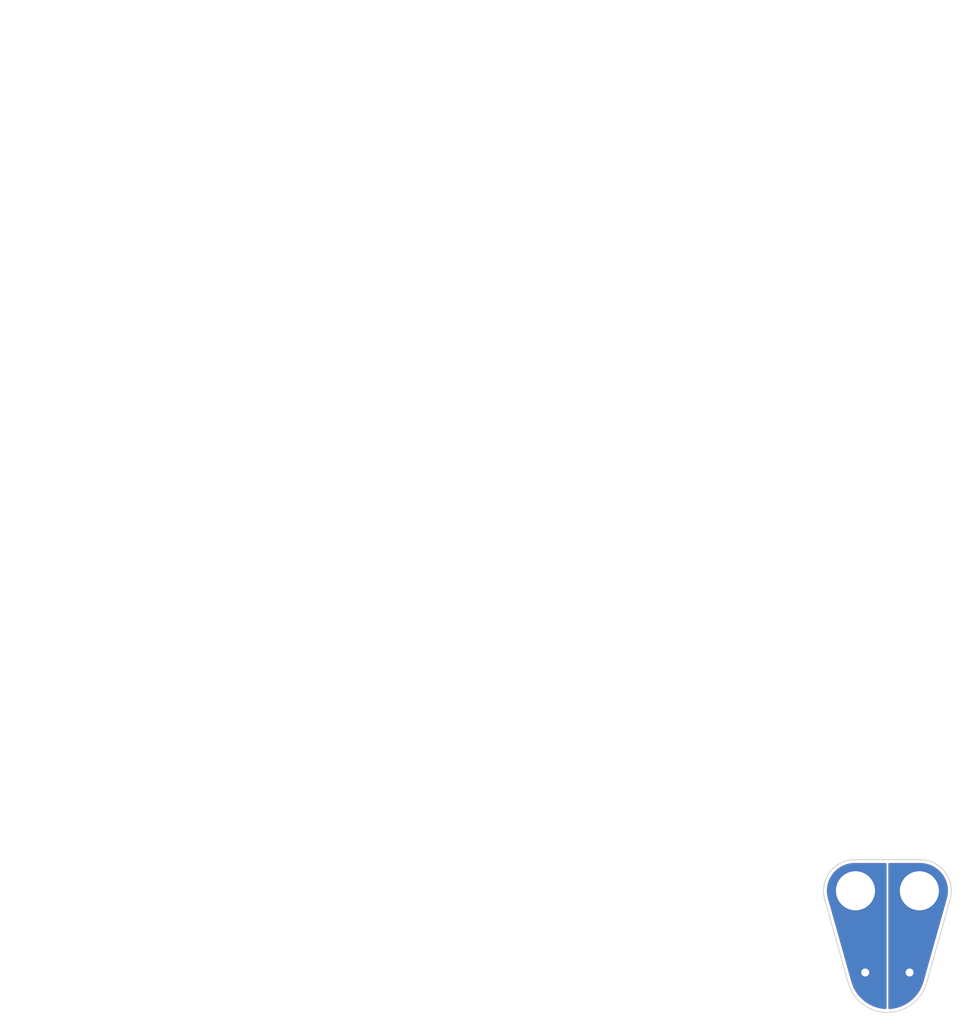
<source format=kicad_pcb>
(kicad_pcb (version 20221018) (generator pcbnew)
  (layers (0 "F.Cu" signal) (31 "B.Cu" signal) (34 "B.Paste" user) (35 "F.Paste" user) (36 "B.SilkS" user "B.Silkscreen") (37 "F.SilkS" user "F.Silkscreen") (38 "B.Mask" user) (39 "F.Mask" user) (44 "Edge.Cuts" user))
  (net 0 "")
  (net 1 "Net-(C1-Pad1)")
  (net 2 "Net-(C1-Pad2)")
  (footprint "Xer_Library:XT60U-M Reversible" (layer "F.Cu") (at 100 100)
    (fp_text reference "XT1" hide)
    (fp_text value "~")
    (pad "1" thru_hole circle (at -3.6 0) (size 6 6) (drill 4.4) (layers "*.Cu" "*.Mask") (net 1 "Net-(C1-Pad1)"))
    (pad "2" thru_hole circle (at 3.6 0) (size 6 6) (drill 4.4) (layers "*.Cu" "*.Mask") (net 2 "Net-(C1-Pad2)"))
  )
  (footprint "Xer_Library:470uf poly cap" (layer "F.Cu") (at 100 109.2 180)
    (fp_text reference "C1" hide)
    (fp_text value "C")
    (pad "1" thru_hole circle (at 2.5 0 180) (size 2 2) (drill 0.9) (layers "*.Cu" "*.Mask") (net 1 "Net-(C1-Pad1)"))
    (pad "2" thru_hole circle (at -2.5 0 180) (size 2 2) (drill 0.9) (layers "*.Cu" "*.Mask") (net 2 "Net-(C1-Pad2)"))
  )
  (gr_line (start 96.3 96.5) (end 103.7 96.5) (stroke (width 0.1)) (layer "Edge.Cuts"))
  (gr_arc (start 92.93053 100.946927) (mid 93.510319 97.886237) (end 96.3 96.5) (stroke (width 0.1)) (layer "Edge.Cuts"))
  (gr_line (start 107.06947 100.946927) (end 104.428446 110.344533) (stroke (width 0.1)) (layer "Edge.Cuts"))
  (gr_arc (start 104.428446 110.344533) (mid 100 113.700124) (end 95.571554 110.344533) (stroke (width 0.1)) (layer "Edge.Cuts"))
  (gr_line (start 92.93053 100.946927) (end 95.571554 110.344533) (stroke (width 0.1)) (layer "Edge.Cuts"))
  (gr_arc (start 103.7 96.5) (mid 106.489681 97.886238) (end 107.06947 100.946927) (stroke (width 0.1)) (layer "Edge.Cuts"))
  (zone (net 2) (net_name "Net-(C1-Pad2)") (layers "F&B.Cu") (connect_pads yes (clearance 0.2)) (min_thickness 0.2) (fill yes (thermal_gap 0.5) (thermal_bridge_width 0.5))
    (polygon (pts (xy 100.1 95) (xy 100.1 115) (xy 110 115) (xy 110 95)))
  )
  (zone (net 1) (net_name "Net-(C1-Pad1)") (layers "F&B.Cu") (name "stitch_zone_0") (connect_pads yes (clearance 0.2)) (min_thickness 0.2) (fill yes (thermal_gap 0.5) (thermal_bridge_width 0.5))
    (polygon (pts (xy 99.9 95) (xy 99.9 115) (xy 90 115) (xy 90 95)))
  )
)
</source>
